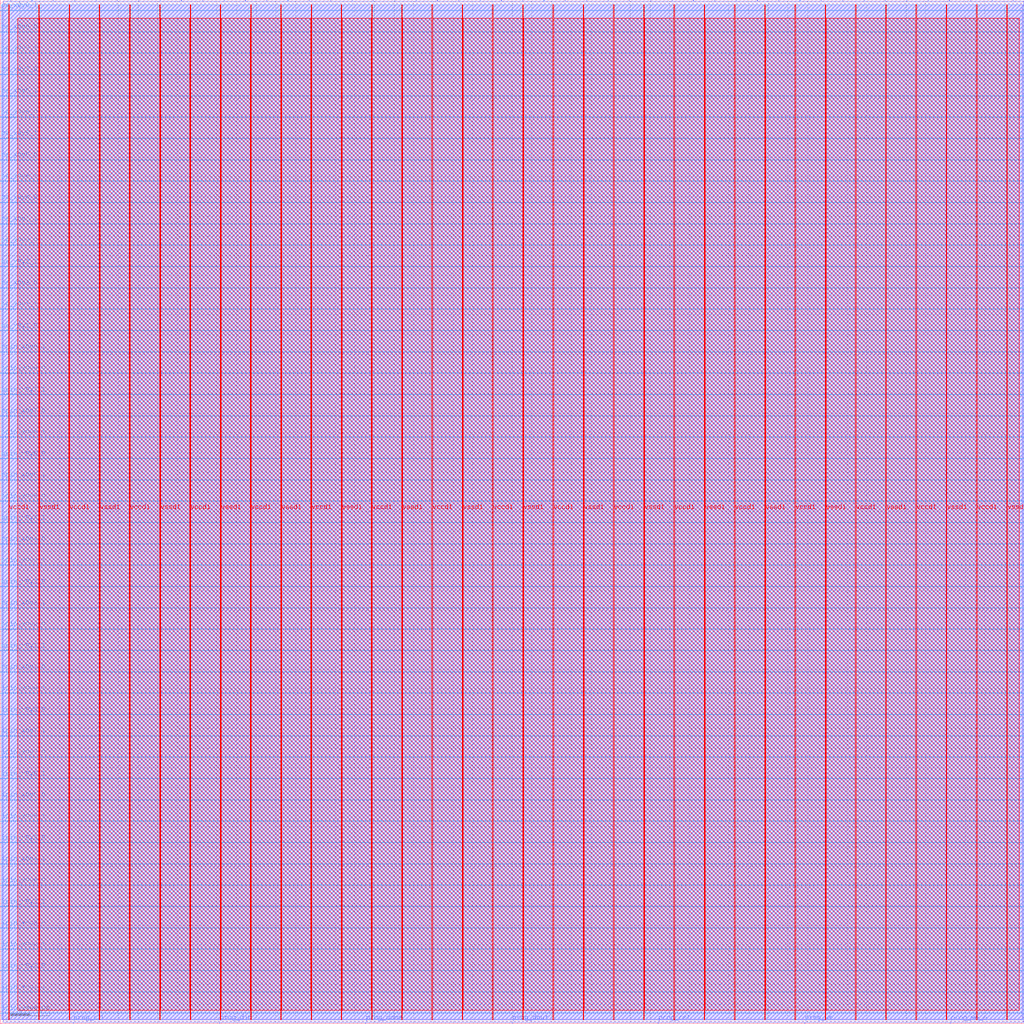
<source format=lef>
VERSION 5.7 ;
  NOWIREEXTENSIONATPIN ON ;
  DIVIDERCHAR "/" ;
  BUSBITCHARS "[]" ;
MACRO top
  CLASS BLOCK ;
  FOREIGN top ;
  ORIGIN 0.000 0.000 ;
  SIZE 2600.000 BY 2600.000 ;
  PIN ipin_x0y1_0
    DIRECTION INPUT ;
    USE SIGNAL ;
    PORT
      LAYER met3 ;
        RECT 0.000 26.560 4.000 27.160 ;
    END
  END ipin_x0y1_0
  PIN ipin_x0y1_1
    DIRECTION INPUT ;
    USE SIGNAL ;
    PORT
      LAYER met3 ;
        RECT 0.000 80.280 4.000 80.880 ;
    END
  END ipin_x0y1_1
  PIN ipin_x0y2_0
    DIRECTION INPUT ;
    USE SIGNAL ;
    PORT
      LAYER met3 ;
        RECT 0.000 134.680 4.000 135.280 ;
    END
  END ipin_x0y2_0
  PIN ipin_x0y2_1
    DIRECTION INPUT ;
    USE SIGNAL ;
    PORT
      LAYER met3 ;
        RECT 0.000 189.080 4.000 189.680 ;
    END
  END ipin_x0y2_1
  PIN ipin_x0y3_0
    DIRECTION INPUT ;
    USE SIGNAL ;
    PORT
      LAYER met3 ;
        RECT 0.000 242.800 4.000 243.400 ;
    END
  END ipin_x0y3_0
  PIN ipin_x0y3_1
    DIRECTION INPUT ;
    USE SIGNAL ;
    PORT
      LAYER met3 ;
        RECT 0.000 297.200 4.000 297.800 ;
    END
  END ipin_x0y3_1
  PIN ipin_x0y4_0
    DIRECTION INPUT ;
    USE SIGNAL ;
    PORT
      LAYER met3 ;
        RECT 0.000 351.600 4.000 352.200 ;
    END
  END ipin_x0y4_0
  PIN ipin_x0y4_1
    DIRECTION INPUT ;
    USE SIGNAL ;
    PORT
      LAYER met3 ;
        RECT 0.000 405.320 4.000 405.920 ;
    END
  END ipin_x0y4_1
  PIN ipin_x0y5_0
    DIRECTION INPUT ;
    USE SIGNAL ;
    PORT
      LAYER met3 ;
        RECT 0.000 459.720 4.000 460.320 ;
    END
  END ipin_x0y5_0
  PIN ipin_x0y5_1
    DIRECTION INPUT ;
    USE SIGNAL ;
    PORT
      LAYER met3 ;
        RECT 0.000 514.120 4.000 514.720 ;
    END
  END ipin_x0y5_1
  PIN ipin_x0y6_0
    DIRECTION INPUT ;
    USE SIGNAL ;
    PORT
      LAYER met3 ;
        RECT 0.000 567.840 4.000 568.440 ;
    END
  END ipin_x0y6_0
  PIN ipin_x0y6_1
    DIRECTION INPUT ;
    USE SIGNAL ;
    PORT
      LAYER met3 ;
        RECT 0.000 622.240 4.000 622.840 ;
    END
  END ipin_x0y6_1
  PIN ipin_x0y7_0
    DIRECTION INPUT ;
    USE SIGNAL ;
    PORT
      LAYER met3 ;
        RECT 0.000 676.640 4.000 677.240 ;
    END
  END ipin_x0y7_0
  PIN ipin_x0y7_1
    DIRECTION INPUT ;
    USE SIGNAL ;
    PORT
      LAYER met3 ;
        RECT 0.000 730.360 4.000 730.960 ;
    END
  END ipin_x0y7_1
  PIN ipin_x0y8_0
    DIRECTION INPUT ;
    USE SIGNAL ;
    PORT
      LAYER met3 ;
        RECT 0.000 784.760 4.000 785.360 ;
    END
  END ipin_x0y8_0
  PIN ipin_x0y8_1
    DIRECTION INPUT ;
    USE SIGNAL ;
    PORT
      LAYER met3 ;
        RECT 0.000 839.160 4.000 839.760 ;
    END
  END ipin_x0y8_1
  PIN ipin_x1y9_0
    DIRECTION INPUT ;
    USE SIGNAL ;
    PORT
      LAYER met2 ;
        RECT 26.770 2596.000 27.050 2600.000 ;
    END
  END ipin_x1y9_0
  PIN ipin_x1y9_1
    DIRECTION INPUT ;
    USE SIGNAL ;
    PORT
      LAYER met2 ;
        RECT 80.590 2596.000 80.870 2600.000 ;
    END
  END ipin_x1y9_1
  PIN ipin_x2y9_0
    DIRECTION INPUT ;
    USE SIGNAL ;
    PORT
      LAYER met2 ;
        RECT 134.870 2596.000 135.150 2600.000 ;
    END
  END ipin_x2y9_0
  PIN ipin_x2y9_1
    DIRECTION INPUT ;
    USE SIGNAL ;
    PORT
      LAYER met2 ;
        RECT 189.150 2596.000 189.430 2600.000 ;
    END
  END ipin_x2y9_1
  PIN ipin_x3y9_0
    DIRECTION INPUT ;
    USE SIGNAL ;
    PORT
      LAYER met2 ;
        RECT 243.430 2596.000 243.710 2600.000 ;
    END
  END ipin_x3y9_0
  PIN ipin_x3y9_1
    DIRECTION INPUT ;
    USE SIGNAL ;
    PORT
      LAYER met2 ;
        RECT 297.250 2596.000 297.530 2600.000 ;
    END
  END ipin_x3y9_1
  PIN ipin_x4y9_0
    DIRECTION INPUT ;
    USE SIGNAL ;
    PORT
      LAYER met2 ;
        RECT 351.530 2596.000 351.810 2600.000 ;
    END
  END ipin_x4y9_0
  PIN ipin_x4y9_1
    DIRECTION INPUT ;
    USE SIGNAL ;
    PORT
      LAYER met2 ;
        RECT 405.810 2596.000 406.090 2600.000 ;
    END
  END ipin_x4y9_1
  PIN ipin_x5y9_0
    DIRECTION INPUT ;
    USE SIGNAL ;
    PORT
      LAYER met2 ;
        RECT 460.090 2596.000 460.370 2600.000 ;
    END
  END ipin_x5y9_0
  PIN ipin_x5y9_1
    DIRECTION INPUT ;
    USE SIGNAL ;
    PORT
      LAYER met2 ;
        RECT 513.910 2596.000 514.190 2600.000 ;
    END
  END ipin_x5y9_1
  PIN ipin_x6y9_0
    DIRECTION INPUT ;
    USE SIGNAL ;
    PORT
      LAYER met2 ;
        RECT 568.190 2596.000 568.470 2600.000 ;
    END
  END ipin_x6y9_0
  PIN ipin_x6y9_1
    DIRECTION INPUT ;
    USE SIGNAL ;
    PORT
      LAYER met2 ;
        RECT 622.470 2596.000 622.750 2600.000 ;
    END
  END ipin_x6y9_1
  PIN ipin_x7y9_0
    DIRECTION INPUT ;
    USE SIGNAL ;
    PORT
      LAYER met2 ;
        RECT 676.750 2596.000 677.030 2600.000 ;
    END
  END ipin_x7y9_0
  PIN ipin_x7y9_1
    DIRECTION INPUT ;
    USE SIGNAL ;
    PORT
      LAYER met2 ;
        RECT 730.570 2596.000 730.850 2600.000 ;
    END
  END ipin_x7y9_1
  PIN ipin_x8y9_0
    DIRECTION INPUT ;
    USE SIGNAL ;
    PORT
      LAYER met2 ;
        RECT 784.850 2596.000 785.130 2600.000 ;
    END
  END ipin_x8y9_0
  PIN ipin_x8y9_1
    DIRECTION INPUT ;
    USE SIGNAL ;
    PORT
      LAYER met2 ;
        RECT 839.130 2596.000 839.410 2600.000 ;
    END
  END ipin_x8y9_1
  PIN ipin_x9y1_0
    DIRECTION INPUT ;
    USE SIGNAL ;
    PORT
      LAYER met3 ;
        RECT 2596.000 26.560 2600.000 27.160 ;
    END
  END ipin_x9y1_0
  PIN ipin_x9y1_1
    DIRECTION INPUT ;
    USE SIGNAL ;
    PORT
      LAYER met3 ;
        RECT 2596.000 80.280 2600.000 80.880 ;
    END
  END ipin_x9y1_1
  PIN ipin_x9y2_0
    DIRECTION INPUT ;
    USE SIGNAL ;
    PORT
      LAYER met3 ;
        RECT 2596.000 134.680 2600.000 135.280 ;
    END
  END ipin_x9y2_0
  PIN ipin_x9y2_1
    DIRECTION INPUT ;
    USE SIGNAL ;
    PORT
      LAYER met3 ;
        RECT 2596.000 189.080 2600.000 189.680 ;
    END
  END ipin_x9y2_1
  PIN ipin_x9y3_0
    DIRECTION INPUT ;
    USE SIGNAL ;
    PORT
      LAYER met3 ;
        RECT 2596.000 242.800 2600.000 243.400 ;
    END
  END ipin_x9y3_0
  PIN ipin_x9y3_1
    DIRECTION INPUT ;
    USE SIGNAL ;
    PORT
      LAYER met3 ;
        RECT 2596.000 297.200 2600.000 297.800 ;
    END
  END ipin_x9y3_1
  PIN ipin_x9y4_0
    DIRECTION INPUT ;
    USE SIGNAL ;
    PORT
      LAYER met3 ;
        RECT 2596.000 351.600 2600.000 352.200 ;
    END
  END ipin_x9y4_0
  PIN ipin_x9y4_1
    DIRECTION INPUT ;
    USE SIGNAL ;
    PORT
      LAYER met3 ;
        RECT 2596.000 405.320 2600.000 405.920 ;
    END
  END ipin_x9y4_1
  PIN ipin_x9y5_0
    DIRECTION INPUT ;
    USE SIGNAL ;
    PORT
      LAYER met3 ;
        RECT 2596.000 459.720 2600.000 460.320 ;
    END
  END ipin_x9y5_0
  PIN ipin_x9y5_1
    DIRECTION INPUT ;
    USE SIGNAL ;
    PORT
      LAYER met3 ;
        RECT 2596.000 514.120 2600.000 514.720 ;
    END
  END ipin_x9y5_1
  PIN ipin_x9y6_0
    DIRECTION INPUT ;
    USE SIGNAL ;
    PORT
      LAYER met3 ;
        RECT 2596.000 567.840 2600.000 568.440 ;
    END
  END ipin_x9y6_0
  PIN ipin_x9y6_1
    DIRECTION INPUT ;
    USE SIGNAL ;
    PORT
      LAYER met3 ;
        RECT 2596.000 622.240 2600.000 622.840 ;
    END
  END ipin_x9y6_1
  PIN ipin_x9y7_0
    DIRECTION INPUT ;
    USE SIGNAL ;
    PORT
      LAYER met3 ;
        RECT 2596.000 676.640 2600.000 677.240 ;
    END
  END ipin_x9y7_0
  PIN ipin_x9y7_1
    DIRECTION INPUT ;
    USE SIGNAL ;
    PORT
      LAYER met3 ;
        RECT 2596.000 730.360 2600.000 730.960 ;
    END
  END ipin_x9y7_1
  PIN ipin_x9y8_0
    DIRECTION INPUT ;
    USE SIGNAL ;
    PORT
      LAYER met3 ;
        RECT 2596.000 784.760 2600.000 785.360 ;
    END
  END ipin_x9y8_0
  PIN ipin_x9y8_1
    DIRECTION INPUT ;
    USE SIGNAL ;
    PORT
      LAYER met3 ;
        RECT 2596.000 839.160 2600.000 839.760 ;
    END
  END ipin_x9y8_1
  PIN oe_x0y1_0
    DIRECTION OUTPUT TRISTATE ;
    USE SIGNAL ;
    PORT
      LAYER met3 ;
        RECT 0.000 1759.880 4.000 1760.480 ;
    END
  END oe_x0y1_0
  PIN oe_x0y1_1
    DIRECTION OUTPUT TRISTATE ;
    USE SIGNAL ;
    PORT
      LAYER met3 ;
        RECT 0.000 1814.280 4.000 1814.880 ;
    END
  END oe_x0y1_1
  PIN oe_x0y2_0
    DIRECTION OUTPUT TRISTATE ;
    USE SIGNAL ;
    PORT
      LAYER met3 ;
        RECT 0.000 1868.000 4.000 1868.600 ;
    END
  END oe_x0y2_0
  PIN oe_x0y2_1
    DIRECTION OUTPUT TRISTATE ;
    USE SIGNAL ;
    PORT
      LAYER met3 ;
        RECT 0.000 1922.400 4.000 1923.000 ;
    END
  END oe_x0y2_1
  PIN oe_x0y3_0
    DIRECTION OUTPUT TRISTATE ;
    USE SIGNAL ;
    PORT
      LAYER met3 ;
        RECT 0.000 1976.800 4.000 1977.400 ;
    END
  END oe_x0y3_0
  PIN oe_x0y3_1
    DIRECTION OUTPUT TRISTATE ;
    USE SIGNAL ;
    PORT
      LAYER met3 ;
        RECT 0.000 2030.520 4.000 2031.120 ;
    END
  END oe_x0y3_1
  PIN oe_x0y4_0
    DIRECTION OUTPUT TRISTATE ;
    USE SIGNAL ;
    PORT
      LAYER met3 ;
        RECT 0.000 2084.920 4.000 2085.520 ;
    END
  END oe_x0y4_0
  PIN oe_x0y4_1
    DIRECTION OUTPUT TRISTATE ;
    USE SIGNAL ;
    PORT
      LAYER met3 ;
        RECT 0.000 2139.320 4.000 2139.920 ;
    END
  END oe_x0y4_1
  PIN oe_x0y5_0
    DIRECTION OUTPUT TRISTATE ;
    USE SIGNAL ;
    PORT
      LAYER met3 ;
        RECT 0.000 2193.040 4.000 2193.640 ;
    END
  END oe_x0y5_0
  PIN oe_x0y5_1
    DIRECTION OUTPUT TRISTATE ;
    USE SIGNAL ;
    PORT
      LAYER met3 ;
        RECT 0.000 2247.440 4.000 2248.040 ;
    END
  END oe_x0y5_1
  PIN oe_x0y6_0
    DIRECTION OUTPUT TRISTATE ;
    USE SIGNAL ;
    PORT
      LAYER met3 ;
        RECT 0.000 2301.840 4.000 2302.440 ;
    END
  END oe_x0y6_0
  PIN oe_x0y6_1
    DIRECTION OUTPUT TRISTATE ;
    USE SIGNAL ;
    PORT
      LAYER met3 ;
        RECT 0.000 2355.560 4.000 2356.160 ;
    END
  END oe_x0y6_1
  PIN oe_x0y7_0
    DIRECTION OUTPUT TRISTATE ;
    USE SIGNAL ;
    PORT
      LAYER met3 ;
        RECT 0.000 2409.960 4.000 2410.560 ;
    END
  END oe_x0y7_0
  PIN oe_x0y7_1
    DIRECTION OUTPUT TRISTATE ;
    USE SIGNAL ;
    PORT
      LAYER met3 ;
        RECT 0.000 2464.360 4.000 2464.960 ;
    END
  END oe_x0y7_1
  PIN oe_x0y8_0
    DIRECTION OUTPUT TRISTATE ;
    USE SIGNAL ;
    PORT
      LAYER met3 ;
        RECT 0.000 2518.080 4.000 2518.680 ;
    END
  END oe_x0y8_0
  PIN oe_x0y8_1
    DIRECTION OUTPUT TRISTATE ;
    USE SIGNAL ;
    PORT
      LAYER met3 ;
        RECT 0.000 2572.480 4.000 2573.080 ;
    END
  END oe_x0y8_1
  PIN oe_x1y9_0
    DIRECTION OUTPUT TRISTATE ;
    USE SIGNAL ;
    PORT
      LAYER met2 ;
        RECT 1760.050 2596.000 1760.330 2600.000 ;
    END
  END oe_x1y9_0
  PIN oe_x1y9_1
    DIRECTION OUTPUT TRISTATE ;
    USE SIGNAL ;
    PORT
      LAYER met2 ;
        RECT 1813.870 2596.000 1814.150 2600.000 ;
    END
  END oe_x1y9_1
  PIN oe_x2y9_0
    DIRECTION OUTPUT TRISTATE ;
    USE SIGNAL ;
    PORT
      LAYER met2 ;
        RECT 1868.150 2596.000 1868.430 2600.000 ;
    END
  END oe_x2y9_0
  PIN oe_x2y9_1
    DIRECTION OUTPUT TRISTATE ;
    USE SIGNAL ;
    PORT
      LAYER met2 ;
        RECT 1922.430 2596.000 1922.710 2600.000 ;
    END
  END oe_x2y9_1
  PIN oe_x3y9_0
    DIRECTION OUTPUT TRISTATE ;
    USE SIGNAL ;
    PORT
      LAYER met2 ;
        RECT 1976.710 2596.000 1976.990 2600.000 ;
    END
  END oe_x3y9_0
  PIN oe_x3y9_1
    DIRECTION OUTPUT TRISTATE ;
    USE SIGNAL ;
    PORT
      LAYER met2 ;
        RECT 2030.530 2596.000 2030.810 2600.000 ;
    END
  END oe_x3y9_1
  PIN oe_x4y9_0
    DIRECTION OUTPUT TRISTATE ;
    USE SIGNAL ;
    PORT
      LAYER met2 ;
        RECT 2084.810 2596.000 2085.090 2600.000 ;
    END
  END oe_x4y9_0
  PIN oe_x4y9_1
    DIRECTION OUTPUT TRISTATE ;
    USE SIGNAL ;
    PORT
      LAYER met2 ;
        RECT 2139.090 2596.000 2139.370 2600.000 ;
    END
  END oe_x4y9_1
  PIN oe_x5y9_0
    DIRECTION OUTPUT TRISTATE ;
    USE SIGNAL ;
    PORT
      LAYER met2 ;
        RECT 2193.370 2596.000 2193.650 2600.000 ;
    END
  END oe_x5y9_0
  PIN oe_x5y9_1
    DIRECTION OUTPUT TRISTATE ;
    USE SIGNAL ;
    PORT
      LAYER met2 ;
        RECT 2247.190 2596.000 2247.470 2600.000 ;
    END
  END oe_x5y9_1
  PIN oe_x6y9_0
    DIRECTION OUTPUT TRISTATE ;
    USE SIGNAL ;
    PORT
      LAYER met2 ;
        RECT 2301.470 2596.000 2301.750 2600.000 ;
    END
  END oe_x6y9_0
  PIN oe_x6y9_1
    DIRECTION OUTPUT TRISTATE ;
    USE SIGNAL ;
    PORT
      LAYER met2 ;
        RECT 2355.750 2596.000 2356.030 2600.000 ;
    END
  END oe_x6y9_1
  PIN oe_x7y9_0
    DIRECTION OUTPUT TRISTATE ;
    USE SIGNAL ;
    PORT
      LAYER met2 ;
        RECT 2410.030 2596.000 2410.310 2600.000 ;
    END
  END oe_x7y9_0
  PIN oe_x7y9_1
    DIRECTION OUTPUT TRISTATE ;
    USE SIGNAL ;
    PORT
      LAYER met2 ;
        RECT 2463.850 2596.000 2464.130 2600.000 ;
    END
  END oe_x7y9_1
  PIN oe_x8y9_0
    DIRECTION OUTPUT TRISTATE ;
    USE SIGNAL ;
    PORT
      LAYER met2 ;
        RECT 2518.130 2596.000 2518.410 2600.000 ;
    END
  END oe_x8y9_0
  PIN oe_x8y9_1
    DIRECTION OUTPUT TRISTATE ;
    USE SIGNAL ;
    PORT
      LAYER met2 ;
        RECT 2572.410 2596.000 2572.690 2600.000 ;
    END
  END oe_x8y9_1
  PIN oe_x9y1_0
    DIRECTION OUTPUT TRISTATE ;
    USE SIGNAL ;
    PORT
      LAYER met3 ;
        RECT 2596.000 1759.880 2600.000 1760.480 ;
    END
  END oe_x9y1_0
  PIN oe_x9y1_1
    DIRECTION OUTPUT TRISTATE ;
    USE SIGNAL ;
    PORT
      LAYER met3 ;
        RECT 2596.000 1814.280 2600.000 1814.880 ;
    END
  END oe_x9y1_1
  PIN oe_x9y2_0
    DIRECTION OUTPUT TRISTATE ;
    USE SIGNAL ;
    PORT
      LAYER met3 ;
        RECT 2596.000 1868.000 2600.000 1868.600 ;
    END
  END oe_x9y2_0
  PIN oe_x9y2_1
    DIRECTION OUTPUT TRISTATE ;
    USE SIGNAL ;
    PORT
      LAYER met3 ;
        RECT 2596.000 1922.400 2600.000 1923.000 ;
    END
  END oe_x9y2_1
  PIN oe_x9y3_0
    DIRECTION OUTPUT TRISTATE ;
    USE SIGNAL ;
    PORT
      LAYER met3 ;
        RECT 2596.000 1976.800 2600.000 1977.400 ;
    END
  END oe_x9y3_0
  PIN oe_x9y3_1
    DIRECTION OUTPUT TRISTATE ;
    USE SIGNAL ;
    PORT
      LAYER met3 ;
        RECT 2596.000 2030.520 2600.000 2031.120 ;
    END
  END oe_x9y3_1
  PIN oe_x9y4_0
    DIRECTION OUTPUT TRISTATE ;
    USE SIGNAL ;
    PORT
      LAYER met3 ;
        RECT 2596.000 2084.920 2600.000 2085.520 ;
    END
  END oe_x9y4_0
  PIN oe_x9y4_1
    DIRECTION OUTPUT TRISTATE ;
    USE SIGNAL ;
    PORT
      LAYER met3 ;
        RECT 2596.000 2139.320 2600.000 2139.920 ;
    END
  END oe_x9y4_1
  PIN oe_x9y5_0
    DIRECTION OUTPUT TRISTATE ;
    USE SIGNAL ;
    PORT
      LAYER met3 ;
        RECT 2596.000 2193.040 2600.000 2193.640 ;
    END
  END oe_x9y5_0
  PIN oe_x9y5_1
    DIRECTION OUTPUT TRISTATE ;
    USE SIGNAL ;
    PORT
      LAYER met3 ;
        RECT 2596.000 2247.440 2600.000 2248.040 ;
    END
  END oe_x9y5_1
  PIN oe_x9y6_0
    DIRECTION OUTPUT TRISTATE ;
    USE SIGNAL ;
    PORT
      LAYER met3 ;
        RECT 2596.000 2301.840 2600.000 2302.440 ;
    END
  END oe_x9y6_0
  PIN oe_x9y6_1
    DIRECTION OUTPUT TRISTATE ;
    USE SIGNAL ;
    PORT
      LAYER met3 ;
        RECT 2596.000 2355.560 2600.000 2356.160 ;
    END
  END oe_x9y6_1
  PIN oe_x9y7_0
    DIRECTION OUTPUT TRISTATE ;
    USE SIGNAL ;
    PORT
      LAYER met3 ;
        RECT 2596.000 2409.960 2600.000 2410.560 ;
    END
  END oe_x9y7_0
  PIN oe_x9y7_1
    DIRECTION OUTPUT TRISTATE ;
    USE SIGNAL ;
    PORT
      LAYER met3 ;
        RECT 2596.000 2464.360 2600.000 2464.960 ;
    END
  END oe_x9y7_1
  PIN oe_x9y8_0
    DIRECTION OUTPUT TRISTATE ;
    USE SIGNAL ;
    PORT
      LAYER met3 ;
        RECT 2596.000 2518.080 2600.000 2518.680 ;
    END
  END oe_x9y8_0
  PIN oe_x9y8_1
    DIRECTION OUTPUT TRISTATE ;
    USE SIGNAL ;
    PORT
      LAYER met3 ;
        RECT 2596.000 2572.480 2600.000 2573.080 ;
    END
  END oe_x9y8_1
  PIN opin_x0y1_0
    DIRECTION OUTPUT TRISTATE ;
    USE SIGNAL ;
    PORT
      LAYER met3 ;
        RECT 0.000 892.880 4.000 893.480 ;
    END
  END opin_x0y1_0
  PIN opin_x0y1_1
    DIRECTION OUTPUT TRISTATE ;
    USE SIGNAL ;
    PORT
      LAYER met3 ;
        RECT 0.000 947.280 4.000 947.880 ;
    END
  END opin_x0y1_1
  PIN opin_x0y2_0
    DIRECTION OUTPUT TRISTATE ;
    USE SIGNAL ;
    PORT
      LAYER met3 ;
        RECT 0.000 1001.680 4.000 1002.280 ;
    END
  END opin_x0y2_0
  PIN opin_x0y2_1
    DIRECTION OUTPUT TRISTATE ;
    USE SIGNAL ;
    PORT
      LAYER met3 ;
        RECT 0.000 1055.400 4.000 1056.000 ;
    END
  END opin_x0y2_1
  PIN opin_x0y3_0
    DIRECTION OUTPUT TRISTATE ;
    USE SIGNAL ;
    PORT
      LAYER met3 ;
        RECT 0.000 1109.800 4.000 1110.400 ;
    END
  END opin_x0y3_0
  PIN opin_x0y3_1
    DIRECTION OUTPUT TRISTATE ;
    USE SIGNAL ;
    PORT
      LAYER met3 ;
        RECT 0.000 1164.200 4.000 1164.800 ;
    END
  END opin_x0y3_1
  PIN opin_x0y4_0
    DIRECTION OUTPUT TRISTATE ;
    USE SIGNAL ;
    PORT
      LAYER met3 ;
        RECT 0.000 1217.920 4.000 1218.520 ;
    END
  END opin_x0y4_0
  PIN opin_x0y4_1
    DIRECTION OUTPUT TRISTATE ;
    USE SIGNAL ;
    PORT
      LAYER met3 ;
        RECT 0.000 1272.320 4.000 1272.920 ;
    END
  END opin_x0y4_1
  PIN opin_x0y5_0
    DIRECTION OUTPUT TRISTATE ;
    USE SIGNAL ;
    PORT
      LAYER met3 ;
        RECT 0.000 1326.720 4.000 1327.320 ;
    END
  END opin_x0y5_0
  PIN opin_x0y5_1
    DIRECTION OUTPUT TRISTATE ;
    USE SIGNAL ;
    PORT
      LAYER met3 ;
        RECT 0.000 1380.440 4.000 1381.040 ;
    END
  END opin_x0y5_1
  PIN opin_x0y6_0
    DIRECTION OUTPUT TRISTATE ;
    USE SIGNAL ;
    PORT
      LAYER met3 ;
        RECT 0.000 1434.840 4.000 1435.440 ;
    END
  END opin_x0y6_0
  PIN opin_x0y6_1
    DIRECTION OUTPUT TRISTATE ;
    USE SIGNAL ;
    PORT
      LAYER met3 ;
        RECT 0.000 1489.240 4.000 1489.840 ;
    END
  END opin_x0y6_1
  PIN opin_x0y7_0
    DIRECTION OUTPUT TRISTATE ;
    USE SIGNAL ;
    PORT
      LAYER met3 ;
        RECT 0.000 1542.960 4.000 1543.560 ;
    END
  END opin_x0y7_0
  PIN opin_x0y7_1
    DIRECTION OUTPUT TRISTATE ;
    USE SIGNAL ;
    PORT
      LAYER met3 ;
        RECT 0.000 1597.360 4.000 1597.960 ;
    END
  END opin_x0y7_1
  PIN opin_x0y8_0
    DIRECTION OUTPUT TRISTATE ;
    USE SIGNAL ;
    PORT
      LAYER met3 ;
        RECT 0.000 1651.760 4.000 1652.360 ;
    END
  END opin_x0y8_0
  PIN opin_x0y8_1
    DIRECTION OUTPUT TRISTATE ;
    USE SIGNAL ;
    PORT
      LAYER met3 ;
        RECT 0.000 1705.480 4.000 1706.080 ;
    END
  END opin_x0y8_1
  PIN opin_x1y9_0
    DIRECTION OUTPUT TRISTATE ;
    USE SIGNAL ;
    PORT
      LAYER met2 ;
        RECT 893.410 2596.000 893.690 2600.000 ;
    END
  END opin_x1y9_0
  PIN opin_x1y9_1
    DIRECTION OUTPUT TRISTATE ;
    USE SIGNAL ;
    PORT
      LAYER met2 ;
        RECT 947.230 2596.000 947.510 2600.000 ;
    END
  END opin_x1y9_1
  PIN opin_x2y9_0
    DIRECTION OUTPUT TRISTATE ;
    USE SIGNAL ;
    PORT
      LAYER met2 ;
        RECT 1001.510 2596.000 1001.790 2600.000 ;
    END
  END opin_x2y9_0
  PIN opin_x2y9_1
    DIRECTION OUTPUT TRISTATE ;
    USE SIGNAL ;
    PORT
      LAYER met2 ;
        RECT 1055.790 2596.000 1056.070 2600.000 ;
    END
  END opin_x2y9_1
  PIN opin_x3y9_0
    DIRECTION OUTPUT TRISTATE ;
    USE SIGNAL ;
    PORT
      LAYER met2 ;
        RECT 1110.070 2596.000 1110.350 2600.000 ;
    END
  END opin_x3y9_0
  PIN opin_x3y9_1
    DIRECTION OUTPUT TRISTATE ;
    USE SIGNAL ;
    PORT
      LAYER met2 ;
        RECT 1163.890 2596.000 1164.170 2600.000 ;
    END
  END opin_x3y9_1
  PIN opin_x4y9_0
    DIRECTION OUTPUT TRISTATE ;
    USE SIGNAL ;
    PORT
      LAYER met2 ;
        RECT 1218.170 2596.000 1218.450 2600.000 ;
    END
  END opin_x4y9_0
  PIN opin_x4y9_1
    DIRECTION OUTPUT TRISTATE ;
    USE SIGNAL ;
    PORT
      LAYER met2 ;
        RECT 1272.450 2596.000 1272.730 2600.000 ;
    END
  END opin_x4y9_1
  PIN opin_x5y9_0
    DIRECTION OUTPUT TRISTATE ;
    USE SIGNAL ;
    PORT
      LAYER met2 ;
        RECT 1326.730 2596.000 1327.010 2600.000 ;
    END
  END opin_x5y9_0
  PIN opin_x5y9_1
    DIRECTION OUTPUT TRISTATE ;
    USE SIGNAL ;
    PORT
      LAYER met2 ;
        RECT 1380.550 2596.000 1380.830 2600.000 ;
    END
  END opin_x5y9_1
  PIN opin_x6y9_0
    DIRECTION OUTPUT TRISTATE ;
    USE SIGNAL ;
    PORT
      LAYER met2 ;
        RECT 1434.830 2596.000 1435.110 2600.000 ;
    END
  END opin_x6y9_0
  PIN opin_x6y9_1
    DIRECTION OUTPUT TRISTATE ;
    USE SIGNAL ;
    PORT
      LAYER met2 ;
        RECT 1489.110 2596.000 1489.390 2600.000 ;
    END
  END opin_x6y9_1
  PIN opin_x7y9_0
    DIRECTION OUTPUT TRISTATE ;
    USE SIGNAL ;
    PORT
      LAYER met2 ;
        RECT 1543.390 2596.000 1543.670 2600.000 ;
    END
  END opin_x7y9_0
  PIN opin_x7y9_1
    DIRECTION OUTPUT TRISTATE ;
    USE SIGNAL ;
    PORT
      LAYER met2 ;
        RECT 1597.210 2596.000 1597.490 2600.000 ;
    END
  END opin_x7y9_1
  PIN opin_x8y9_0
    DIRECTION OUTPUT TRISTATE ;
    USE SIGNAL ;
    PORT
      LAYER met2 ;
        RECT 1651.490 2596.000 1651.770 2600.000 ;
    END
  END opin_x8y9_0
  PIN opin_x8y9_1
    DIRECTION OUTPUT TRISTATE ;
    USE SIGNAL ;
    PORT
      LAYER met2 ;
        RECT 1705.770 2596.000 1706.050 2600.000 ;
    END
  END opin_x8y9_1
  PIN opin_x9y1_0
    DIRECTION OUTPUT TRISTATE ;
    USE SIGNAL ;
    PORT
      LAYER met3 ;
        RECT 2596.000 892.880 2600.000 893.480 ;
    END
  END opin_x9y1_0
  PIN opin_x9y1_1
    DIRECTION OUTPUT TRISTATE ;
    USE SIGNAL ;
    PORT
      LAYER met3 ;
        RECT 2596.000 947.280 2600.000 947.880 ;
    END
  END opin_x9y1_1
  PIN opin_x9y2_0
    DIRECTION OUTPUT TRISTATE ;
    USE SIGNAL ;
    PORT
      LAYER met3 ;
        RECT 2596.000 1001.680 2600.000 1002.280 ;
    END
  END opin_x9y2_0
  PIN opin_x9y2_1
    DIRECTION OUTPUT TRISTATE ;
    USE SIGNAL ;
    PORT
      LAYER met3 ;
        RECT 2596.000 1055.400 2600.000 1056.000 ;
    END
  END opin_x9y2_1
  PIN opin_x9y3_0
    DIRECTION OUTPUT TRISTATE ;
    USE SIGNAL ;
    PORT
      LAYER met3 ;
        RECT 2596.000 1109.800 2600.000 1110.400 ;
    END
  END opin_x9y3_0
  PIN opin_x9y3_1
    DIRECTION OUTPUT TRISTATE ;
    USE SIGNAL ;
    PORT
      LAYER met3 ;
        RECT 2596.000 1164.200 2600.000 1164.800 ;
    END
  END opin_x9y3_1
  PIN opin_x9y4_0
    DIRECTION OUTPUT TRISTATE ;
    USE SIGNAL ;
    PORT
      LAYER met3 ;
        RECT 2596.000 1217.920 2600.000 1218.520 ;
    END
  END opin_x9y4_0
  PIN opin_x9y4_1
    DIRECTION OUTPUT TRISTATE ;
    USE SIGNAL ;
    PORT
      LAYER met3 ;
        RECT 2596.000 1272.320 2600.000 1272.920 ;
    END
  END opin_x9y4_1
  PIN opin_x9y5_0
    DIRECTION OUTPUT TRISTATE ;
    USE SIGNAL ;
    PORT
      LAYER met3 ;
        RECT 2596.000 1326.720 2600.000 1327.320 ;
    END
  END opin_x9y5_0
  PIN opin_x9y5_1
    DIRECTION OUTPUT TRISTATE ;
    USE SIGNAL ;
    PORT
      LAYER met3 ;
        RECT 2596.000 1380.440 2600.000 1381.040 ;
    END
  END opin_x9y5_1
  PIN opin_x9y6_0
    DIRECTION OUTPUT TRISTATE ;
    USE SIGNAL ;
    PORT
      LAYER met3 ;
        RECT 2596.000 1434.840 2600.000 1435.440 ;
    END
  END opin_x9y6_0
  PIN opin_x9y6_1
    DIRECTION OUTPUT TRISTATE ;
    USE SIGNAL ;
    PORT
      LAYER met3 ;
        RECT 2596.000 1489.240 2600.000 1489.840 ;
    END
  END opin_x9y6_1
  PIN opin_x9y7_0
    DIRECTION OUTPUT TRISTATE ;
    USE SIGNAL ;
    PORT
      LAYER met3 ;
        RECT 2596.000 1542.960 2600.000 1543.560 ;
    END
  END opin_x9y7_0
  PIN opin_x9y7_1
    DIRECTION OUTPUT TRISTATE ;
    USE SIGNAL ;
    PORT
      LAYER met3 ;
        RECT 2596.000 1597.360 2600.000 1597.960 ;
    END
  END opin_x9y7_1
  PIN opin_x9y8_0
    DIRECTION OUTPUT TRISTATE ;
    USE SIGNAL ;
    PORT
      LAYER met3 ;
        RECT 2596.000 1651.760 2600.000 1652.360 ;
    END
  END opin_x9y8_0
  PIN opin_x9y8_1
    DIRECTION OUTPUT TRISTATE ;
    USE SIGNAL ;
    PORT
      LAYER met3 ;
        RECT 2596.000 1705.480 2600.000 1706.080 ;
    END
  END opin_x9y8_1
  PIN prog_clk
    DIRECTION INPUT ;
    USE SIGNAL ;
    PORT
      LAYER met2 ;
        RECT 185.470 0.000 185.750 4.000 ;
    END
  END prog_clk
  PIN prog_din
    DIRECTION INPUT ;
    USE SIGNAL ;
    PORT
      LAYER met2 ;
        RECT 556.690 0.000 556.970 4.000 ;
    END
  END prog_din
  PIN prog_done
    DIRECTION INPUT ;
    USE SIGNAL ;
    PORT
      LAYER met2 ;
        RECT 927.910 0.000 928.190 4.000 ;
    END
  END prog_done
  PIN prog_dout
    DIRECTION OUTPUT TRISTATE ;
    USE SIGNAL ;
    PORT
      LAYER met2 ;
        RECT 1299.590 0.000 1299.870 4.000 ;
    END
  END prog_dout
  PIN prog_rst
    DIRECTION INPUT ;
    USE SIGNAL ;
    PORT
      LAYER met2 ;
        RECT 1670.810 0.000 1671.090 4.000 ;
    END
  END prog_rst
  PIN prog_we
    DIRECTION INPUT ;
    USE SIGNAL ;
    PORT
      LAYER met2 ;
        RECT 2042.490 0.000 2042.770 4.000 ;
    END
  END prog_we
  PIN prog_we_o
    DIRECTION OUTPUT TRISTATE ;
    USE SIGNAL ;
    PORT
      LAYER met2 ;
        RECT 2413.710 0.000 2413.990 4.000 ;
    END
  END prog_we_o
  PIN vccd1
    DIRECTION INPUT ;
    USE POWER ;
    PORT
      LAYER met4 ;
        RECT 21.040 10.640 22.640 2586.960 ;
    END
    PORT
      LAYER met4 ;
        RECT 174.640 10.640 176.240 2586.960 ;
    END
    PORT
      LAYER met4 ;
        RECT 328.240 10.640 329.840 2586.960 ;
    END
    PORT
      LAYER met4 ;
        RECT 481.840 10.640 483.440 2586.960 ;
    END
    PORT
      LAYER met4 ;
        RECT 635.440 10.640 637.040 2586.960 ;
    END
    PORT
      LAYER met4 ;
        RECT 789.040 10.640 790.640 2586.960 ;
    END
    PORT
      LAYER met4 ;
        RECT 942.640 10.640 944.240 2586.960 ;
    END
    PORT
      LAYER met4 ;
        RECT 1096.240 10.640 1097.840 2586.960 ;
    END
    PORT
      LAYER met4 ;
        RECT 1249.840 10.640 1251.440 2586.960 ;
    END
    PORT
      LAYER met4 ;
        RECT 1403.440 10.640 1405.040 2586.960 ;
    END
    PORT
      LAYER met4 ;
        RECT 1557.040 10.640 1558.640 2586.960 ;
    END
    PORT
      LAYER met4 ;
        RECT 1710.640 10.640 1712.240 2586.960 ;
    END
    PORT
      LAYER met4 ;
        RECT 1864.240 10.640 1865.840 2586.960 ;
    END
    PORT
      LAYER met4 ;
        RECT 2017.840 10.640 2019.440 2586.960 ;
    END
    PORT
      LAYER met4 ;
        RECT 2171.440 10.640 2173.040 2586.960 ;
    END
    PORT
      LAYER met4 ;
        RECT 2325.040 10.640 2326.640 2586.960 ;
    END
    PORT
      LAYER met4 ;
        RECT 2478.640 10.640 2480.240 2586.960 ;
    END
  END vccd1
  PIN vssd1
    DIRECTION INPUT ;
    USE GROUND ;
    PORT
      LAYER met4 ;
        RECT 97.840 10.640 99.440 2586.960 ;
    END
    PORT
      LAYER met4 ;
        RECT 251.440 10.640 253.040 2586.960 ;
    END
    PORT
      LAYER met4 ;
        RECT 405.040 10.640 406.640 2586.960 ;
    END
    PORT
      LAYER met4 ;
        RECT 558.640 10.640 560.240 2586.960 ;
    END
    PORT
      LAYER met4 ;
        RECT 712.240 10.640 713.840 2586.960 ;
    END
    PORT
      LAYER met4 ;
        RECT 865.840 10.640 867.440 2586.960 ;
    END
    PORT
      LAYER met4 ;
        RECT 1019.440 10.640 1021.040 2586.960 ;
    END
    PORT
      LAYER met4 ;
        RECT 1173.040 10.640 1174.640 2586.960 ;
    END
    PORT
      LAYER met4 ;
        RECT 1326.640 10.640 1328.240 2586.960 ;
    END
    PORT
      LAYER met4 ;
        RECT 1480.240 10.640 1481.840 2586.960 ;
    END
    PORT
      LAYER met4 ;
        RECT 1633.840 10.640 1635.440 2586.960 ;
    END
    PORT
      LAYER met4 ;
        RECT 1787.440 10.640 1789.040 2586.960 ;
    END
    PORT
      LAYER met4 ;
        RECT 1941.040 10.640 1942.640 2586.960 ;
    END
    PORT
      LAYER met4 ;
        RECT 2094.640 10.640 2096.240 2586.960 ;
    END
    PORT
      LAYER met4 ;
        RECT 2248.240 10.640 2249.840 2586.960 ;
    END
    PORT
      LAYER met4 ;
        RECT 2401.840 10.640 2403.440 2586.960 ;
    END
    PORT
      LAYER met4 ;
        RECT 2555.440 10.640 2557.040 2586.960 ;
    END
  END vssd1
  OBS
      LAYER li1 ;
        RECT 5.520 10.795 2595.175 2586.805 ;
      LAYER met1 ;
        RECT 5.520 10.640 2599.390 2587.360 ;
      LAYER met2 ;
        RECT 6.990 2595.720 26.490 2596.650 ;
        RECT 27.330 2595.720 80.310 2596.650 ;
        RECT 81.150 2595.720 134.590 2596.650 ;
        RECT 135.430 2595.720 188.870 2596.650 ;
        RECT 189.710 2595.720 243.150 2596.650 ;
        RECT 243.990 2595.720 296.970 2596.650 ;
        RECT 297.810 2595.720 351.250 2596.650 ;
        RECT 352.090 2595.720 405.530 2596.650 ;
        RECT 406.370 2595.720 459.810 2596.650 ;
        RECT 460.650 2595.720 513.630 2596.650 ;
        RECT 514.470 2595.720 567.910 2596.650 ;
        RECT 568.750 2595.720 622.190 2596.650 ;
        RECT 623.030 2595.720 676.470 2596.650 ;
        RECT 677.310 2595.720 730.290 2596.650 ;
        RECT 731.130 2595.720 784.570 2596.650 ;
        RECT 785.410 2595.720 838.850 2596.650 ;
        RECT 839.690 2595.720 893.130 2596.650 ;
        RECT 893.970 2595.720 946.950 2596.650 ;
        RECT 947.790 2595.720 1001.230 2596.650 ;
        RECT 1002.070 2595.720 1055.510 2596.650 ;
        RECT 1056.350 2595.720 1109.790 2596.650 ;
        RECT 1110.630 2595.720 1163.610 2596.650 ;
        RECT 1164.450 2595.720 1217.890 2596.650 ;
        RECT 1218.730 2595.720 1272.170 2596.650 ;
        RECT 1273.010 2595.720 1326.450 2596.650 ;
        RECT 1327.290 2595.720 1380.270 2596.650 ;
        RECT 1381.110 2595.720 1434.550 2596.650 ;
        RECT 1435.390 2595.720 1488.830 2596.650 ;
        RECT 1489.670 2595.720 1543.110 2596.650 ;
        RECT 1543.950 2595.720 1596.930 2596.650 ;
        RECT 1597.770 2595.720 1651.210 2596.650 ;
        RECT 1652.050 2595.720 1705.490 2596.650 ;
        RECT 1706.330 2595.720 1759.770 2596.650 ;
        RECT 1760.610 2595.720 1813.590 2596.650 ;
        RECT 1814.430 2595.720 1867.870 2596.650 ;
        RECT 1868.710 2595.720 1922.150 2596.650 ;
        RECT 1922.990 2595.720 1976.430 2596.650 ;
        RECT 1977.270 2595.720 2030.250 2596.650 ;
        RECT 2031.090 2595.720 2084.530 2596.650 ;
        RECT 2085.370 2595.720 2138.810 2596.650 ;
        RECT 2139.650 2595.720 2193.090 2596.650 ;
        RECT 2193.930 2595.720 2246.910 2596.650 ;
        RECT 2247.750 2595.720 2301.190 2596.650 ;
        RECT 2302.030 2595.720 2355.470 2596.650 ;
        RECT 2356.310 2595.720 2409.750 2596.650 ;
        RECT 2410.590 2595.720 2463.570 2596.650 ;
        RECT 2464.410 2595.720 2517.850 2596.650 ;
        RECT 2518.690 2595.720 2572.130 2596.650 ;
        RECT 2572.970 2595.720 2599.360 2596.650 ;
        RECT 6.990 4.280 2599.360 2595.720 ;
        RECT 6.990 4.000 185.190 4.280 ;
        RECT 186.030 4.000 556.410 4.280 ;
        RECT 557.250 4.000 927.630 4.280 ;
        RECT 928.470 4.000 1299.310 4.280 ;
        RECT 1300.150 4.000 1670.530 4.280 ;
        RECT 1671.370 4.000 2042.210 4.280 ;
        RECT 2043.050 4.000 2413.430 4.280 ;
        RECT 2414.270 4.000 2599.360 4.280 ;
      LAYER met3 ;
        RECT 4.000 2573.480 2596.000 2586.885 ;
        RECT 4.400 2572.080 2595.600 2573.480 ;
        RECT 4.000 2519.080 2596.000 2572.080 ;
        RECT 4.400 2517.680 2595.600 2519.080 ;
        RECT 4.000 2465.360 2596.000 2517.680 ;
        RECT 4.400 2463.960 2595.600 2465.360 ;
        RECT 4.000 2410.960 2596.000 2463.960 ;
        RECT 4.400 2409.560 2595.600 2410.960 ;
        RECT 4.000 2356.560 2596.000 2409.560 ;
        RECT 4.400 2355.160 2595.600 2356.560 ;
        RECT 4.000 2302.840 2596.000 2355.160 ;
        RECT 4.400 2301.440 2595.600 2302.840 ;
        RECT 4.000 2248.440 2596.000 2301.440 ;
        RECT 4.400 2247.040 2595.600 2248.440 ;
        RECT 4.000 2194.040 2596.000 2247.040 ;
        RECT 4.400 2192.640 2595.600 2194.040 ;
        RECT 4.000 2140.320 2596.000 2192.640 ;
        RECT 4.400 2138.920 2595.600 2140.320 ;
        RECT 4.000 2085.920 2596.000 2138.920 ;
        RECT 4.400 2084.520 2595.600 2085.920 ;
        RECT 4.000 2031.520 2596.000 2084.520 ;
        RECT 4.400 2030.120 2595.600 2031.520 ;
        RECT 4.000 1977.800 2596.000 2030.120 ;
        RECT 4.400 1976.400 2595.600 1977.800 ;
        RECT 4.000 1923.400 2596.000 1976.400 ;
        RECT 4.400 1922.000 2595.600 1923.400 ;
        RECT 4.000 1869.000 2596.000 1922.000 ;
        RECT 4.400 1867.600 2595.600 1869.000 ;
        RECT 4.000 1815.280 2596.000 1867.600 ;
        RECT 4.400 1813.880 2595.600 1815.280 ;
        RECT 4.000 1760.880 2596.000 1813.880 ;
        RECT 4.400 1759.480 2595.600 1760.880 ;
        RECT 4.000 1706.480 2596.000 1759.480 ;
        RECT 4.400 1705.080 2595.600 1706.480 ;
        RECT 4.000 1652.760 2596.000 1705.080 ;
        RECT 4.400 1651.360 2595.600 1652.760 ;
        RECT 4.000 1598.360 2596.000 1651.360 ;
        RECT 4.400 1596.960 2595.600 1598.360 ;
        RECT 4.000 1543.960 2596.000 1596.960 ;
        RECT 4.400 1542.560 2595.600 1543.960 ;
        RECT 4.000 1490.240 2596.000 1542.560 ;
        RECT 4.400 1488.840 2595.600 1490.240 ;
        RECT 4.000 1435.840 2596.000 1488.840 ;
        RECT 4.400 1434.440 2595.600 1435.840 ;
        RECT 4.000 1381.440 2596.000 1434.440 ;
        RECT 4.400 1380.040 2595.600 1381.440 ;
        RECT 4.000 1327.720 2596.000 1380.040 ;
        RECT 4.400 1326.320 2595.600 1327.720 ;
        RECT 4.000 1273.320 2596.000 1326.320 ;
        RECT 4.400 1271.920 2595.600 1273.320 ;
        RECT 4.000 1218.920 2596.000 1271.920 ;
        RECT 4.400 1217.520 2595.600 1218.920 ;
        RECT 4.000 1165.200 2596.000 1217.520 ;
        RECT 4.400 1163.800 2595.600 1165.200 ;
        RECT 4.000 1110.800 2596.000 1163.800 ;
        RECT 4.400 1109.400 2595.600 1110.800 ;
        RECT 4.000 1056.400 2596.000 1109.400 ;
        RECT 4.400 1055.000 2595.600 1056.400 ;
        RECT 4.000 1002.680 2596.000 1055.000 ;
        RECT 4.400 1001.280 2595.600 1002.680 ;
        RECT 4.000 948.280 2596.000 1001.280 ;
        RECT 4.400 946.880 2595.600 948.280 ;
        RECT 4.000 893.880 2596.000 946.880 ;
        RECT 4.400 892.480 2595.600 893.880 ;
        RECT 4.000 840.160 2596.000 892.480 ;
        RECT 4.400 838.760 2595.600 840.160 ;
        RECT 4.000 785.760 2596.000 838.760 ;
        RECT 4.400 784.360 2595.600 785.760 ;
        RECT 4.000 731.360 2596.000 784.360 ;
        RECT 4.400 729.960 2595.600 731.360 ;
        RECT 4.000 677.640 2596.000 729.960 ;
        RECT 4.400 676.240 2595.600 677.640 ;
        RECT 4.000 623.240 2596.000 676.240 ;
        RECT 4.400 621.840 2595.600 623.240 ;
        RECT 4.000 568.840 2596.000 621.840 ;
        RECT 4.400 567.440 2595.600 568.840 ;
        RECT 4.000 515.120 2596.000 567.440 ;
        RECT 4.400 513.720 2595.600 515.120 ;
        RECT 4.000 460.720 2596.000 513.720 ;
        RECT 4.400 459.320 2595.600 460.720 ;
        RECT 4.000 406.320 2596.000 459.320 ;
        RECT 4.400 404.920 2595.600 406.320 ;
        RECT 4.000 352.600 2596.000 404.920 ;
        RECT 4.400 351.200 2595.600 352.600 ;
        RECT 4.000 298.200 2596.000 351.200 ;
        RECT 4.400 296.800 2595.600 298.200 ;
        RECT 4.000 243.800 2596.000 296.800 ;
        RECT 4.400 242.400 2595.600 243.800 ;
        RECT 4.000 190.080 2596.000 242.400 ;
        RECT 4.400 188.680 2595.600 190.080 ;
        RECT 4.000 135.680 2596.000 188.680 ;
        RECT 4.400 134.280 2595.600 135.680 ;
        RECT 4.000 81.280 2596.000 134.280 ;
        RECT 4.400 79.880 2595.600 81.280 ;
        RECT 4.000 27.560 2596.000 79.880 ;
        RECT 4.400 26.160 2595.600 27.560 ;
        RECT 4.000 10.715 2596.000 26.160 ;
      LAYER met4 ;
        RECT 44.455 34.175 97.440 2553.225 ;
        RECT 99.840 34.175 174.240 2553.225 ;
        RECT 176.640 34.175 251.040 2553.225 ;
        RECT 253.440 34.175 327.840 2553.225 ;
        RECT 330.240 34.175 404.640 2553.225 ;
        RECT 407.040 34.175 481.440 2553.225 ;
        RECT 483.840 34.175 558.240 2553.225 ;
        RECT 560.640 34.175 635.040 2553.225 ;
        RECT 637.440 34.175 711.840 2553.225 ;
        RECT 714.240 34.175 788.640 2553.225 ;
        RECT 791.040 34.175 865.440 2553.225 ;
        RECT 867.840 34.175 942.240 2553.225 ;
        RECT 944.640 34.175 1019.040 2553.225 ;
        RECT 1021.440 34.175 1095.840 2553.225 ;
        RECT 1098.240 34.175 1172.640 2553.225 ;
        RECT 1175.040 34.175 1249.440 2553.225 ;
        RECT 1251.840 34.175 1326.240 2553.225 ;
        RECT 1328.640 34.175 1403.040 2553.225 ;
        RECT 1405.440 34.175 1479.840 2553.225 ;
        RECT 1482.240 34.175 1556.640 2553.225 ;
        RECT 1559.040 34.175 1633.440 2553.225 ;
        RECT 1635.840 34.175 1710.240 2553.225 ;
        RECT 1712.640 34.175 1787.040 2553.225 ;
        RECT 1789.440 34.175 1863.840 2553.225 ;
        RECT 1866.240 34.175 1940.640 2553.225 ;
        RECT 1943.040 34.175 2017.440 2553.225 ;
        RECT 2019.840 34.175 2094.240 2553.225 ;
        RECT 2096.640 34.175 2171.040 2553.225 ;
        RECT 2173.440 34.175 2247.840 2553.225 ;
        RECT 2250.240 34.175 2324.640 2553.225 ;
        RECT 2327.040 34.175 2401.440 2553.225 ;
        RECT 2403.840 34.175 2478.240 2553.225 ;
        RECT 2480.640 34.175 2555.040 2553.225 ;
        RECT 2557.440 34.175 2586.745 2553.225 ;
  END
END top
END LIBRARY


</source>
